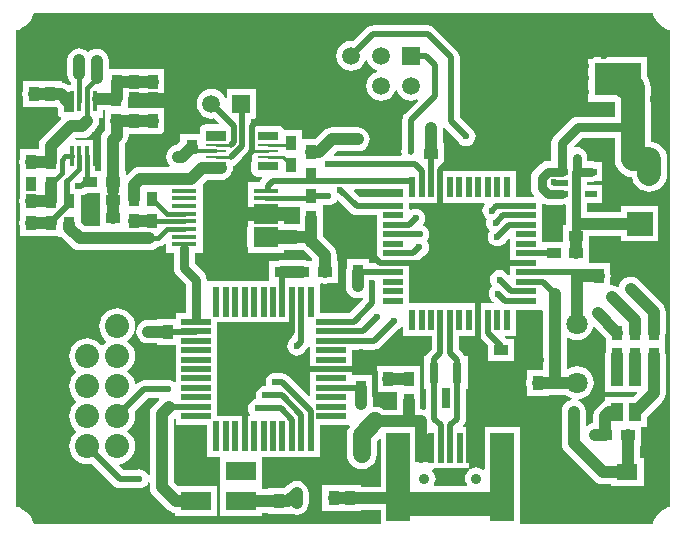
<source format=gtl>
%FSLAX25Y25*%
%MOIN*%
G70*
G01*
G75*
G04 Layer_Physical_Order=1*
G04 Layer_Color=255*
%ADD10R,0.03543X0.04724*%
%ADD11R,0.07087X0.01063*%
%ADD12R,0.04724X0.03543*%
%ADD13R,0.01693X0.07087*%
%ADD14R,0.04331X0.05906*%
%ADD15R,0.06890X0.05512*%
%ADD16R,0.01969X0.09843*%
%ADD17R,0.07874X0.09843*%
%ADD18R,0.07874X0.11811*%
%ADD19R,0.03150X0.07087*%
%ADD20R,0.06890X0.02165*%
%ADD21R,0.02165X0.06890*%
%ADD22R,0.02165X0.09843*%
%ADD23R,0.09843X0.02165*%
%ADD24R,0.09843X0.06299*%
%ADD25R,0.08268X0.01575*%
%ADD26R,0.08661X0.07874*%
%ADD27R,0.03937X0.02362*%
%ADD28R,0.15748X0.11024*%
%ADD29C,0.01969*%
%ADD30C,0.07874*%
%ADD31C,0.03937*%
%ADD32C,0.01575*%
%ADD33C,0.02953*%
%ADD34C,0.00984*%
%ADD35C,0.03150*%
%ADD36C,0.05906*%
%ADD37C,0.01181*%
%ADD38R,0.05906X0.16339*%
%ADD39R,0.06221X0.09764*%
%ADD40R,0.07677X0.05827*%
%ADD41R,0.07559X0.04646*%
%ADD42R,0.08268X0.06732*%
%ADD43R,0.07323X0.04764*%
%ADD44R,0.08307X0.06654*%
%ADD45R,0.07126X0.03071*%
%ADD46R,0.07126X0.02992*%
%ADD47R,0.07087X0.03543*%
%ADD48R,0.03228X0.07126*%
%ADD49C,0.08032*%
%ADD50R,0.08032X0.08032*%
%ADD51R,0.05906X0.05906*%
%ADD52C,0.05906*%
%ADD53C,0.03543*%
%ADD54C,0.07087*%
%ADD55C,0.02362*%
G36*
X93776Y69311D02*
X93775D01*
X93776Y69311D01*
X93972D01*
D01*
X94045Y69311D01*
Y64180D01*
X93923Y64129D01*
X93265Y63624D01*
X92761Y62966D01*
X92443Y62200D01*
X92335Y61378D01*
X92443Y60556D01*
X92761Y59790D01*
X93265Y59132D01*
X93923Y58627D01*
X94690Y58309D01*
X95512Y58201D01*
X96334Y58309D01*
X97100Y58627D01*
X97758Y59132D01*
X98263Y59790D01*
X98353Y60008D01*
X99129Y60784D01*
X99129Y60784D01*
X99503Y61270D01*
X99976Y61110D01*
Y60158D01*
Y57008D01*
Y53858D01*
X99976Y53858D01*
X99976Y53661D01*
X99976D01*
Y47559D01*
Y44810D01*
X99514Y44619D01*
X92657Y51476D01*
X92040Y51949D01*
X91322Y52247D01*
X90551Y52348D01*
X89387D01*
X89169Y52439D01*
X88346Y52547D01*
X87524Y52439D01*
X86758Y52121D01*
X86100Y51616D01*
X85595Y50959D01*
X85278Y50192D01*
X85170Y49370D01*
X85278Y48548D01*
X85305Y48483D01*
X85039Y48137D01*
X84217Y48029D01*
X83451Y47712D01*
X82793Y47207D01*
X82288Y46549D01*
X81971Y45783D01*
X81863Y44961D01*
X81971Y44138D01*
X81725Y43712D01*
X81619Y43698D01*
X80853Y43381D01*
X80195Y42876D01*
X79690Y42218D01*
X79372Y41452D01*
X79264Y40630D01*
X79372Y39808D01*
X79690Y39042D01*
X79985Y38657D01*
X79764Y38209D01*
X78224D01*
D01*
D01*
X78224Y38209D01*
X78027D01*
Y38209D01*
X68874D01*
Y41260D01*
Y44409D01*
Y47559D01*
Y50709D01*
Y53858D01*
Y57008D01*
Y60158D01*
Y63307D01*
Y66457D01*
Y69311D01*
X93776D01*
Y69311D01*
D02*
G37*
G36*
X198583Y63975D02*
Y61520D01*
Y59628D01*
X198487Y59398D01*
X198352Y58370D01*
Y56063D01*
X198189D01*
Y46220D01*
X208849D01*
X209040Y45759D01*
X207534Y44252D01*
X198189D01*
Y43021D01*
X197581Y42770D01*
X196759Y42139D01*
X195476Y40855D01*
X194844Y40033D01*
X194448Y39075D01*
X194313Y38047D01*
Y35731D01*
X193972Y35686D01*
X193015Y35289D01*
X192254Y34706D01*
X191806Y34927D01*
Y39567D01*
X191670Y40595D01*
X191274Y41552D01*
X190642Y42375D01*
X189820Y43006D01*
X189367Y43194D01*
X189432Y43689D01*
X190297Y43803D01*
X191638Y44359D01*
X192789Y45242D01*
X193673Y46393D01*
X194228Y47734D01*
X194418Y49173D01*
X194228Y50612D01*
X193673Y51953D01*
X192789Y53104D01*
X191638Y53988D01*
X190297Y54543D01*
X188858Y54733D01*
X187419Y54543D01*
X186079Y53988D01*
X185916Y53863D01*
X185467Y54084D01*
Y63948D01*
X185916Y64169D01*
X186079Y64044D01*
X187419Y63488D01*
X188858Y63299D01*
X190297Y63488D01*
X191638Y64044D01*
X192789Y64927D01*
X193673Y66079D01*
X194228Y67419D01*
X194260Y67663D01*
X194734Y67824D01*
X198583Y63975D01*
D02*
G37*
G36*
X178248Y108634D02*
X179173Y108513D01*
X183953D01*
X184727Y108615D01*
X185103Y108285D01*
Y101811D01*
X184346D01*
Y96063D01*
X177244D01*
Y98524D01*
Y98721D01*
Y101870D01*
Y105020D01*
Y108600D01*
X177660Y108878D01*
X178248Y108634D01*
D02*
G37*
G36*
X152955Y20117D02*
X152687Y19912D01*
X152087Y19130D01*
X151710Y18221D01*
X151582Y17244D01*
X151710Y16268D01*
X152087Y15358D01*
X152238Y15162D01*
X152016Y14714D01*
X141369D01*
X141148Y15162D01*
X141298Y15358D01*
X141675Y16268D01*
X141804Y17244D01*
X141675Y18221D01*
X141298Y19130D01*
X140699Y19912D01*
X140584Y20000D01*
X140745Y20473D01*
X141024D01*
X141613Y20591D01*
X152794D01*
X152955Y20117D01*
D02*
G37*
G36*
X49645Y43528D02*
X47625Y41509D01*
X46994Y40686D01*
X46597Y39729D01*
X46462Y38701D01*
Y18356D01*
X45972Y18258D01*
X45783Y18714D01*
X45278Y19372D01*
X44620Y19877D01*
X43854Y20195D01*
X43031Y20303D01*
X42209Y20195D01*
X41991Y20104D01*
X37730D01*
X36248Y21586D01*
X36417Y22056D01*
X36803Y22095D01*
X37931Y22437D01*
X38971Y22992D01*
X39882Y23740D01*
X40630Y24651D01*
X41185Y25691D01*
X41528Y26819D01*
X41643Y27992D01*
X41528Y29165D01*
X41185Y30293D01*
X40630Y31333D01*
X39882Y32244D01*
X38971Y32992D01*
X38971Y32992D01*
X38971D01*
Y32992D01*
D01*
X39882Y33740D01*
X40630Y34651D01*
X41185Y35691D01*
X41528Y36819D01*
X41643Y37992D01*
X41528Y39165D01*
X41408Y39559D01*
X45840Y43990D01*
X49453D01*
X49645Y43528D01*
D02*
G37*
G36*
X130886Y67765D02*
Y64764D01*
X140408D01*
Y60368D01*
X139272Y59232D01*
X138799Y58615D01*
X138672Y58309D01*
X138524Y57953D01*
X137835D01*
Y46929D01*
X138400D01*
Y40376D01*
X137984Y40098D01*
X137799Y40174D01*
X136772Y40310D01*
X136727D01*
Y43055D01*
X136592Y44083D01*
X136496Y44313D01*
Y46205D01*
Y49385D01*
X136560Y49539D01*
X136695Y50567D01*
X136560Y51595D01*
X136496Y51749D01*
Y54866D01*
X129724D01*
Y54898D01*
X122244D01*
Y51825D01*
X122149Y51595D01*
X122013Y50567D01*
X122149Y49539D01*
X122244Y49309D01*
Y46236D01*
X129016D01*
Y46205D01*
Y44313D01*
X128920Y44083D01*
X128785Y43055D01*
Y40231D01*
X124602D01*
X124175Y40559D01*
X122978Y41054D01*
X121693Y41224D01*
X121116Y41148D01*
X120763Y41501D01*
X120861Y42244D01*
Y47465D01*
X120725Y48492D01*
X120630Y48723D01*
Y51795D01*
X113756D01*
Y53661D01*
D01*
Y53661D01*
X113756Y53661D01*
Y53858D01*
X113756D01*
Y57008D01*
Y60158D01*
Y60230D01*
X121280D01*
X122050Y60332D01*
X122558Y60542D01*
X122769Y60629D01*
X123385Y61103D01*
X129284Y67001D01*
X129502Y67091D01*
X130160Y67596D01*
X130412Y67926D01*
X130886Y67765D01*
D02*
G37*
G36*
X29866Y106457D02*
Y101294D01*
X24913D01*
X23607Y102599D01*
X23521Y103256D01*
X23425Y103487D01*
Y105378D01*
Y111661D01*
X23442Y111667D01*
X23661D01*
X24432Y111769D01*
X24940Y111979D01*
X25150Y112066D01*
X25536Y112362D01*
X29866D01*
Y106457D01*
D02*
G37*
G36*
X130886Y111122D02*
X122126D01*
Y111049D01*
X116667D01*
X114581Y113135D01*
X114772Y113597D01*
X130886D01*
Y111122D01*
D02*
G37*
G36*
X214368Y171617D02*
X215182Y170094D01*
X216278Y168758D01*
X217613Y167663D01*
X219136Y166849D01*
X219992Y166589D01*
Y7899D01*
X219136Y7639D01*
X217613Y6825D01*
X216278Y5730D01*
X215182Y4395D01*
X214368Y2871D01*
X214109Y2015D01*
X169921D01*
Y8489D01*
X169950Y8779D01*
Y27480D01*
X169921Y27770D01*
Y34370D01*
X158110D01*
Y27770D01*
X158082Y27480D01*
Y20431D01*
X157633Y20210D01*
X157240Y20511D01*
X156331Y20888D01*
X155354Y21016D01*
X154378Y20888D01*
X153468Y20511D01*
X153364Y20431D01*
X152868Y20496D01*
X152795Y20591D01*
D01*
X152795Y20591D01*
Y34370D01*
X150928D01*
X150737Y34832D01*
X150964Y35059D01*
X150964Y35059D01*
X151201Y35368D01*
X151437Y35676D01*
X151735Y36395D01*
X151837Y37165D01*
X151837Y37165D01*
Y46929D01*
X152402D01*
Y57953D01*
X151549D01*
X151437Y58221D01*
X151201Y58530D01*
X150964Y58838D01*
X150964Y58838D01*
X149514Y60289D01*
Y64764D01*
X155886D01*
X155886Y64764D01*
Y64764D01*
X155886D01*
X156083D01*
X156239Y64764D01*
X156239Y64764D01*
Y64764D01*
X156378D01*
X156555Y64338D01*
X157028Y63721D01*
X159110Y61638D01*
Y56417D01*
X167772D01*
Y63898D01*
X165275D01*
X164871Y64302D01*
X165062Y64764D01*
X168484D01*
Y73524D01*
X177244D01*
D01*
X177244D01*
X177525Y73243D01*
Y53520D01*
X172087D01*
Y50447D01*
X171991Y50217D01*
X171856Y49189D01*
X171991Y48161D01*
X172087Y47931D01*
Y44858D01*
X179567D01*
Y45218D01*
X184959D01*
X186079Y44359D01*
X187113Y43930D01*
X187048Y43434D01*
X186807Y43403D01*
X185849Y43006D01*
X185027Y42375D01*
X184396Y41552D01*
X183999Y40595D01*
X183864Y39567D01*
Y29213D01*
X183864Y29213D01*
X183864D01*
X183999Y28185D01*
X184396Y27227D01*
X185027Y26405D01*
X194889Y16543D01*
X195711Y15911D01*
X196669Y15515D01*
X197697Y15379D01*
X200307D01*
Y14626D01*
X211134D01*
Y24075D01*
X209735D01*
Y28110D01*
X210094D01*
Y34409D01*
X212362D01*
Y37849D01*
X217296Y42783D01*
X217296Y42783D01*
X217296Y42783D01*
X217927Y43605D01*
X218324Y44563D01*
X218459Y45591D01*
Y58402D01*
X218324Y59429D01*
X218228Y59660D01*
Y61551D01*
Y64624D01*
X218324Y64854D01*
X218459Y65882D01*
Y72835D01*
X218324Y73862D01*
X217927Y74820D01*
X217296Y75643D01*
X209580Y83359D01*
X208757Y83990D01*
X207799Y84387D01*
X206772Y84522D01*
X205744Y84387D01*
X204786Y83990D01*
X203964Y83359D01*
X203333Y82537D01*
X202936Y81579D01*
X202903Y81325D01*
X202441Y81134D01*
X202438Y81136D01*
X201481Y81533D01*
X200453Y81668D01*
X200297Y81647D01*
X199921Y81977D01*
Y83600D01*
X200017Y83830D01*
X200152Y84858D01*
X200017Y85886D01*
X199921Y86117D01*
Y89189D01*
X193008D01*
Y94331D01*
Y98194D01*
X203465D01*
Y96260D01*
X216063D01*
Y108071D01*
X203465D01*
Y106136D01*
X192251D01*
Y108937D01*
X197339D01*
Y115236D01*
X192251D01*
Y115993D01*
X193402D01*
X194327Y116115D01*
X195057Y116417D01*
X197339D01*
Y122716D01*
X195057D01*
X194327Y123019D01*
X193402Y123141D01*
X192314D01*
Y124134D01*
X192192Y125059D01*
X191835Y125921D01*
X191267Y126661D01*
X190527Y127229D01*
X189665Y127586D01*
X188740Y127708D01*
X188203Y127637D01*
X187982Y128085D01*
X190654Y130757D01*
X201586D01*
Y123661D01*
X201700Y122504D01*
X202037Y121390D01*
X202586Y120365D01*
X203324Y119465D01*
X204223Y118727D01*
X205249Y118179D01*
X206362Y117841D01*
X207162Y117763D01*
X207172Y117661D01*
X207510Y116548D01*
X208058Y115522D01*
X208796Y114623D01*
X209695Y113885D01*
X210721Y113337D01*
X211834Y112999D01*
X212992Y112885D01*
X214150Y112999D01*
X215263Y113337D01*
X216289Y113885D01*
X217188Y114623D01*
X217926Y115522D01*
X218475Y116548D01*
X218812Y117661D01*
X218926Y118819D01*
Y123661D01*
X218812Y124819D01*
X218475Y125932D01*
X217926Y126958D01*
X217188Y127857D01*
X216289Y128595D01*
X215263Y129144D01*
X214150Y129481D01*
X213454Y129550D01*
Y134331D01*
Y147716D01*
X213340Y148874D01*
X213002Y149987D01*
X212454Y151013D01*
X212283Y151221D01*
Y157795D01*
X192598D01*
Y142835D01*
X201586D01*
Y137905D01*
X189173D01*
X189173Y137905D01*
X188248Y137783D01*
X187386Y137426D01*
X186968Y137104D01*
X186646Y136858D01*
X186646Y136858D01*
X181426Y131637D01*
X180858Y130897D01*
X180501Y130035D01*
X180379Y129110D01*
Y123141D01*
X179291D01*
X178366Y123019D01*
X177504Y122662D01*
X176764Y122094D01*
X174599Y119929D01*
X174031Y119188D01*
X173674Y118327D01*
X173552Y117402D01*
Y114134D01*
X173674Y113209D01*
X174031Y112347D01*
X174599Y111607D01*
X174622Y111584D01*
X174430Y111122D01*
X168484D01*
Y119882D01*
X143641D01*
X143641Y119882D01*
Y119882D01*
X143484Y119882D01*
X143287D01*
Y119882D01*
X143199Y119882D01*
Y121535D01*
X144551D01*
Y129016D01*
X144191D01*
Y134189D01*
X144191Y134189D01*
X144191Y134189D01*
Y134191D01*
X144665Y134352D01*
X144666Y134351D01*
X149127Y129890D01*
X149217Y129672D01*
X149722Y129014D01*
X150380Y128509D01*
X151146Y128191D01*
X151969Y128083D01*
X152791Y128191D01*
X153557Y128509D01*
X154215Y129014D01*
X154720Y129672D01*
X155037Y130438D01*
X155145Y131260D01*
X155037Y132082D01*
X154720Y132848D01*
X154215Y133506D01*
X153557Y134011D01*
X153339Y134101D01*
X149750Y137690D01*
Y157756D01*
X149648Y158527D01*
X149351Y159245D01*
X148878Y159862D01*
X141319Y167421D01*
X140702Y167894D01*
X140491Y167981D01*
X139983Y168192D01*
X139213Y168293D01*
X120827D01*
X120827Y168293D01*
X120441Y168243D01*
X120056Y168192D01*
X119338Y167894D01*
X118721Y167421D01*
X114326Y163026D01*
X113661Y163113D01*
X112377Y162944D01*
X111179Y162448D01*
X110152Y161660D01*
X109363Y160632D01*
X108867Y159434D01*
X108698Y158150D01*
X108867Y156865D01*
X109363Y155668D01*
X110152Y154640D01*
X111179Y153851D01*
X112377Y153355D01*
X113661Y153186D01*
X114946Y153355D01*
X116143Y153851D01*
X117171Y154640D01*
X117960Y155668D01*
X118411Y156757D01*
X118911D01*
X119363Y155668D01*
X120151Y154640D01*
X121179Y153851D01*
X122269Y153400D01*
Y152900D01*
X121179Y152448D01*
X120151Y151660D01*
X119363Y150631D01*
X118867Y149434D01*
X118698Y148150D01*
X118867Y146865D01*
X119363Y145668D01*
X120151Y144640D01*
X121179Y143851D01*
X122377Y143355D01*
X123661Y143186D01*
X124946Y143355D01*
X126143Y143851D01*
X127171Y144640D01*
X127960Y145668D01*
X128411Y146757D01*
X128911D01*
X129363Y145668D01*
X130151Y144640D01*
X131179Y143851D01*
X132377Y143355D01*
X133661Y143186D01*
X134946Y143355D01*
X135550Y143605D01*
X135828Y143190D01*
X131516Y138878D01*
X131043Y138261D01*
X130745Y137542D01*
X130644Y136772D01*
Y127625D01*
X130435Y127121D01*
X130327Y126299D01*
X130435Y125477D01*
X130499Y125323D01*
X130221Y124907D01*
X108027D01*
X107835Y125369D01*
X108810Y126344D01*
X115827D01*
X116855Y126479D01*
X117812Y126876D01*
X118635Y127507D01*
X119266Y128330D01*
X119662Y129287D01*
X119798Y130315D01*
X119662Y131343D01*
X119266Y132300D01*
X118635Y133123D01*
X117812Y133754D01*
X116855Y134151D01*
X115827Y134286D01*
X107165D01*
X106138Y134151D01*
X105180Y133754D01*
X104357Y133123D01*
X101612Y130378D01*
X97362D01*
Y133567D01*
X91379D01*
X90947Y134214D01*
X90296Y134650D01*
X89527Y134802D01*
X82402D01*
X81634Y134650D01*
X80982Y134214D01*
X80753Y133871D01*
X80274Y134016D01*
Y137244D01*
X81968D01*
Y147087D01*
X72126D01*
Y144045D01*
X71636Y143948D01*
X71346Y144647D01*
X70557Y145675D01*
X69529Y146464D01*
X68332Y146960D01*
X67047Y147129D01*
X65763Y146960D01*
X64565Y146464D01*
X63537Y145675D01*
X62748Y144647D01*
X62253Y143450D01*
X62084Y142165D01*
X62253Y140881D01*
X62748Y139683D01*
X63537Y138655D01*
X64565Y137867D01*
X65763Y137371D01*
X67047Y137202D01*
X67866Y137310D01*
X69400Y135776D01*
X69208Y135314D01*
X65079D01*
X64311Y135161D01*
X63660Y134726D01*
X63224Y134075D01*
X63072Y133307D01*
Y132071D01*
X56693D01*
Y129616D01*
X55474Y128397D01*
X54917Y128324D01*
X53959Y127927D01*
X53137Y127296D01*
X52506Y126474D01*
X52109Y125516D01*
X51974Y124488D01*
X52109Y123460D01*
X52506Y122503D01*
X53137Y121680D01*
X53152Y121669D01*
X52991Y121195D01*
X43248D01*
X42220Y121060D01*
X41263Y120663D01*
X40440Y120032D01*
X38950Y118542D01*
X38488Y118734D01*
Y119843D01*
X38128D01*
Y128536D01*
X38359Y128767D01*
X38990Y129589D01*
X39387Y130547D01*
X39522Y131575D01*
Y131945D01*
X51142D01*
Y135017D01*
X51237Y135248D01*
X51372Y136276D01*
X51237Y137303D01*
X51142Y137534D01*
Y140606D01*
X39134D01*
Y142544D01*
X39308Y142964D01*
X39443Y143992D01*
Y145055D01*
X51142D01*
Y148127D01*
X51237Y148358D01*
X51372Y149386D01*
X51237Y150414D01*
X51142Y150644D01*
Y153717D01*
X37520D01*
Y153638D01*
X32829D01*
Y156575D01*
X32694Y157603D01*
X32297Y158560D01*
X31666Y159383D01*
X30844Y160014D01*
X29886Y160410D01*
X28858Y160546D01*
X27830Y160410D01*
X26873Y160014D01*
X26050Y159383D01*
X25878Y159382D01*
X25808Y159473D01*
X24983Y160101D01*
X24023Y160494D01*
X22995Y160625D01*
X21968Y160485D01*
X21012Y160084D01*
X20192Y159450D01*
X19564Y158624D01*
X19172Y157665D01*
X19041Y156637D01*
X19060Y151991D01*
X19200Y150964D01*
X19601Y150008D01*
X20235Y149188D01*
X20246Y149180D01*
X20244Y148464D01*
X19168D01*
X18820Y148730D01*
X17862Y149127D01*
X17126Y149224D01*
Y149622D01*
X4173D01*
Y146550D01*
X4078Y146319D01*
X3942Y145291D01*
X4078Y144264D01*
X4173Y144033D01*
Y140961D01*
X15550D01*
X15867Y140643D01*
Y139331D01*
X16020Y138563D01*
X16455Y137911D01*
X16914Y137604D01*
X16963Y137107D01*
X10657Y130800D01*
X10026Y129978D01*
X9629Y129020D01*
X9494Y127992D01*
Y127189D01*
X3228D01*
Y124117D01*
X3133Y123886D01*
X2998Y122858D01*
X3133Y121830D01*
X3228Y121600D01*
Y118528D01*
Y111047D01*
Y111046D01*
X3133Y110815D01*
X2998Y109787D01*
X3133Y108760D01*
X3228Y108529D01*
Y105457D01*
Y103565D01*
X3133Y103335D01*
X2998Y102307D01*
X3133Y101279D01*
X3228Y101049D01*
Y97976D01*
X15945D01*
Y97898D01*
X17077D01*
X20460Y94515D01*
D01*
X20460D01*
X20460Y94515D01*
X20460Y94515D01*
X20460D01*
D01*
X20460D01*
X20460Y94515D01*
Y94515D01*
X20460Y94515D01*
Y94515D01*
X21282Y93884D01*
X22240Y93487D01*
X23268Y93352D01*
X46260D01*
X47288Y93487D01*
X48245Y93884D01*
X49068Y94515D01*
X49089Y94543D01*
X49291D01*
X50011Y94638D01*
X50681Y94915D01*
X51257Y95357D01*
X51467Y95568D01*
X51929Y95376D01*
Y95098D01*
Y92539D01*
X54557D01*
Y87480D01*
X54675Y86581D01*
X54849Y86162D01*
X55022Y85743D01*
X55575Y85023D01*
X58510Y82088D01*
Y72559D01*
X55094D01*
Y70575D01*
X48740D01*
Y70215D01*
X46024D01*
X44996Y70080D01*
X44038Y69683D01*
X43216Y69052D01*
X42585Y68230D01*
X42188Y67272D01*
X42053Y66244D01*
X42188Y65216D01*
X42585Y64259D01*
X43216Y63436D01*
X44038Y62805D01*
X44996Y62408D01*
X46024Y62273D01*
X48740D01*
Y61913D01*
X55094D01*
Y60158D01*
Y57008D01*
Y53858D01*
Y50709D01*
Y49528D01*
X54646Y49307D01*
X54108Y49720D01*
X53342Y50037D01*
X52520Y50145D01*
X51697Y50037D01*
X51479Y49947D01*
X44606D01*
X44606Y49947D01*
X43835Y49845D01*
X43117Y49548D01*
X42500Y49074D01*
X42036Y48610D01*
X41566Y48779D01*
X41528Y49165D01*
X41185Y50293D01*
X40630Y51333D01*
X39882Y52244D01*
X38971Y52992D01*
X38971Y52992D01*
X38971D01*
Y52992D01*
D01*
X39882Y53740D01*
X40630Y54651D01*
X41185Y55691D01*
X41528Y56819D01*
X41643Y57992D01*
X41528Y59165D01*
X41185Y60293D01*
X40630Y61333D01*
X39882Y62244D01*
X38971Y62992D01*
X38971Y62992D01*
X38971D01*
Y62992D01*
D01*
X39882Y63740D01*
X40630Y64651D01*
X41185Y65691D01*
X41528Y66819D01*
X41643Y67992D01*
X41528Y69165D01*
X41185Y70293D01*
X40630Y71333D01*
X39882Y72244D01*
X38971Y72992D01*
X37931Y73548D01*
X36803Y73890D01*
X35630Y74005D01*
X34457Y73890D01*
X33329Y73548D01*
X32289Y72992D01*
X31378Y72244D01*
X30630Y71333D01*
X30074Y70293D01*
X29732Y69165D01*
X29617Y67992D01*
X29732Y66819D01*
X30074Y65691D01*
X30630Y64651D01*
X31378Y63740D01*
X31984Y63242D01*
Y62742D01*
X31378Y62244D01*
X30880Y61638D01*
X30380D01*
X29882Y62244D01*
X28971Y62992D01*
X27931Y63548D01*
X26803Y63890D01*
X25630Y64005D01*
X24457Y63890D01*
X23329Y63548D01*
X22289Y62992D01*
X21378Y62244D01*
X20630Y61333D01*
X20074Y60293D01*
X19732Y59165D01*
X19617Y57992D01*
X19732Y56819D01*
X20074Y55691D01*
X20630Y54651D01*
X21378Y53740D01*
X21984Y53242D01*
Y52742D01*
X21378Y52244D01*
X20630Y51333D01*
X20074Y50293D01*
X19732Y49165D01*
X19617Y47992D01*
X19732Y46819D01*
X20074Y45691D01*
X20630Y44651D01*
X21378Y43740D01*
X21984Y43242D01*
Y42742D01*
X21378Y42244D01*
X20630Y41333D01*
X20074Y40293D01*
X19732Y39165D01*
X19617Y37992D01*
X19732Y36819D01*
X20074Y35691D01*
X20630Y34651D01*
X21378Y33740D01*
X21984Y33242D01*
Y32742D01*
X21378Y32244D01*
X20630Y31333D01*
X20074Y30293D01*
X19732Y29165D01*
X19617Y27992D01*
X19732Y26819D01*
X20074Y25691D01*
X20630Y24651D01*
X21378Y23740D01*
X22289Y22992D01*
X23329Y22437D01*
X24457Y22095D01*
X25630Y21979D01*
X26803Y22095D01*
X27196Y22214D01*
X34390Y15020D01*
X34390Y15020D01*
X35007Y14547D01*
D01*
D01*
Y14547D01*
X35007Y14547D01*
D01*
D01*
X35007D01*
Y14547D01*
D01*
X35007D01*
Y14547D01*
X35725Y14249D01*
X36496Y14148D01*
X41991D01*
X42209Y14058D01*
X43031Y13949D01*
X43854Y14058D01*
X44620Y14375D01*
X45278Y14880D01*
X45783Y15538D01*
X45972Y15994D01*
X46462Y15896D01*
Y14488D01*
X46462Y14488D01*
X46462D01*
X46597Y13460D01*
X46994Y12503D01*
X47625Y11680D01*
X52409Y6897D01*
D01*
X52409D01*
X52409Y6897D01*
X52409Y6897D01*
X52409D01*
D01*
X52409D01*
X52409Y6897D01*
Y6897D01*
X52409Y6897D01*
Y6897D01*
X53231Y6266D01*
X54189Y5869D01*
X55035Y5758D01*
Y4587D01*
X68815D01*
Y14823D01*
X55714D01*
X54404Y16133D01*
Y36929D01*
X54820Y37207D01*
X55094Y37093D01*
Y34961D01*
X65626D01*
Y24429D01*
X70035D01*
Y14587D01*
Y4587D01*
X83815D01*
Y5734D01*
X85984D01*
Y5339D01*
X93464D01*
Y5339D01*
X93787Y5554D01*
X94405Y5298D01*
X95433Y5163D01*
X96461Y5298D01*
X97419Y5695D01*
X98241Y6326D01*
X98872Y7148D01*
X99269Y8106D01*
X99404Y9134D01*
Y12441D01*
X99269Y13469D01*
X98872Y14426D01*
X98241Y15249D01*
X97419Y15880D01*
X96461Y16277D01*
X95433Y16412D01*
X94405Y16277D01*
X93448Y15880D01*
X92625Y15249D01*
X91376Y14000D01*
X85984D01*
Y13676D01*
X83815D01*
Y14587D01*
Y24429D01*
X103224D01*
Y34961D01*
X112874D01*
X113095Y34512D01*
X112867Y34214D01*
X112371Y33017D01*
X112202Y31732D01*
Y28858D01*
Y25315D01*
X112371Y24030D01*
X112867Y22833D01*
X113655Y21805D01*
X114683Y21016D01*
X115881Y20520D01*
X117165Y20351D01*
X118450Y20520D01*
X119647Y21016D01*
X120675Y21805D01*
X121464Y22833D01*
X121960Y24030D01*
X122129Y25315D01*
Y28858D01*
Y29676D01*
X123003Y30550D01*
X123465Y30358D01*
Y27770D01*
X123436Y27480D01*
Y14577D01*
X117047D01*
Y14937D01*
X111535D01*
Y15094D01*
X104055D01*
Y12022D01*
X103960Y11791D01*
X103824Y10764D01*
X103960Y9736D01*
X104055Y9505D01*
Y6433D01*
X109567D01*
Y6276D01*
X117047D01*
Y6635D01*
X123465D01*
Y2015D01*
X7899D01*
X7639Y2871D01*
X6825Y4395D01*
X5730Y5730D01*
X4395Y6825D01*
X2871Y7639D01*
X2015Y7899D01*
Y166589D01*
X2871Y166849D01*
X4395Y167663D01*
X5730Y168758D01*
X6825Y170094D01*
X7639Y171617D01*
X7899Y172473D01*
X214109D01*
X214368Y171617D01*
D02*
G37*
G36*
X31653Y139583D02*
Y137691D01*
X31558Y137461D01*
X31423Y136433D01*
X31558Y135405D01*
X31580Y135352D01*
Y133220D01*
X31350Y132989D01*
X30718Y132167D01*
X30322Y131209D01*
X30187Y130181D01*
Y119843D01*
X28386D01*
Y130138D01*
X21879D01*
X21688Y130600D01*
X21763Y130675D01*
X23937D01*
X24965Y130810D01*
X25923Y131207D01*
X26745Y131838D01*
X28379Y133472D01*
X29010Y134294D01*
X29406Y135252D01*
X29542Y136279D01*
X29406Y137307D01*
X29483Y137421D01*
X30945D01*
Y139942D01*
X31653D01*
Y139583D01*
D02*
G37*
G36*
X80433Y126620D02*
Y125807D01*
Y124901D01*
Y123107D01*
X80395Y122913D01*
Y119921D01*
X80547Y119153D01*
X80982Y118502D01*
X81634Y118067D01*
X82402Y117914D01*
X83955D01*
X84146Y117452D01*
X83652Y116958D01*
X83179Y116341D01*
X83091Y116131D01*
X83022Y115965D01*
X79094D01*
Y110453D01*
Y107894D01*
X85016D01*
X85197Y107870D01*
X96653D01*
Y107102D01*
Y105211D01*
X96558Y104981D01*
X96423Y103953D01*
Y102150D01*
X95705D01*
X95630Y102164D01*
X91299D01*
Y103169D01*
X89465D01*
X89370Y103188D01*
X81063D01*
X80968Y103169D01*
X79094D01*
Y101375D01*
X79056Y101181D01*
Y94528D01*
X79094Y94334D01*
Y92539D01*
X80968D01*
X81063Y92520D01*
X89370D01*
X89465Y92539D01*
X91299D01*
Y93387D01*
X95630D01*
X96140Y93488D01*
X97528D01*
X97586Y93413D01*
X97755Y93283D01*
X100694Y90344D01*
X100503Y89882D01*
X98636D01*
X98406Y89977D01*
X97378Y90113D01*
X90724D01*
X89697Y89977D01*
X89466Y89882D01*
X86394D01*
Y83091D01*
X65626D01*
D01*
X65626D01*
X65459Y83258D01*
Y83527D01*
X65341Y84427D01*
X65167Y84846D01*
X64993Y85265D01*
X64441Y85984D01*
X61506Y88920D01*
Y92539D01*
X64134D01*
Y95098D01*
Y97658D01*
Y103169D01*
Y105335D01*
Y110846D01*
Y115487D01*
X65424Y116777D01*
X70213D01*
X71240Y116912D01*
X72198Y117309D01*
X73020Y117940D01*
X73651Y118763D01*
X74048Y119720D01*
X74072Y119902D01*
X74134D01*
Y120370D01*
X74183Y120748D01*
X74134Y121126D01*
Y121459D01*
X74393Y121493D01*
X75111Y121791D01*
X75728Y122264D01*
X79402Y125938D01*
X79875Y126555D01*
X79943Y126718D01*
X80433Y126620D01*
D02*
G37*
G36*
X113327Y105965D02*
X113327D01*
X113327Y105965D01*
X113327D01*
X113327Y105965D01*
Y105965D01*
X113327Y105965D01*
Y105965D01*
X113944Y105492D01*
X114662Y105194D01*
X115433Y105093D01*
X122126D01*
Y105020D01*
Y101870D01*
Y98721D01*
Y95571D01*
Y92421D01*
Y89272D01*
X122126Y89272D01*
X122126Y89075D01*
D01*
X122126Y89002D01*
X119567D01*
Y90339D01*
X112087D01*
Y87266D01*
X111991Y87036D01*
X111856Y86008D01*
Y84449D01*
Y81299D01*
X111991Y80272D01*
X112388Y79314D01*
X113019Y78491D01*
X113841Y77860D01*
X114799Y77464D01*
X115827Y77328D01*
X116855Y77464D01*
X117315Y77654D01*
X117616Y77453D01*
X117665Y76955D01*
X113268Y72559D01*
X103224D01*
Y82107D01*
X103640Y82385D01*
X103831Y82306D01*
X104858Y82171D01*
X105886Y82306D01*
X106117Y82402D01*
X109189D01*
Y89882D01*
X108829D01*
Y91795D01*
X108694Y92823D01*
X108413Y93500D01*
X108297Y93781D01*
X107666Y94603D01*
X104365Y97905D01*
Y103953D01*
X104229Y104981D01*
X104134Y105211D01*
Y107102D01*
Y108455D01*
X104960D01*
X105178Y108364D01*
X106000Y108256D01*
X106822Y108364D01*
X107588Y108682D01*
X108246Y109187D01*
X108751Y109845D01*
X108783Y109921D01*
X109273Y110019D01*
X113327Y105965D01*
D02*
G37*
G36*
X158140Y108607D02*
X157800Y108163D01*
X157483Y107397D01*
X157374Y106575D01*
X157483Y105753D01*
X157800Y104986D01*
X158305Y104329D01*
X158887Y103882D01*
X158664Y103342D01*
X158555Y102520D01*
X158664Y101698D01*
X158981Y100931D01*
X159486Y100273D01*
X159689Y100118D01*
X159754Y99622D01*
X159572Y99384D01*
X159254Y98618D01*
X159146Y97795D01*
X159254Y96973D01*
X159572Y96207D01*
X160076Y95549D01*
X160734Y95044D01*
X161501Y94727D01*
X162323Y94618D01*
X163145Y94727D01*
X163911Y95044D01*
X164569Y95549D01*
X165074Y96207D01*
X165164Y96425D01*
X165955Y97216D01*
X166417Y97025D01*
Y95571D01*
Y92421D01*
Y89272D01*
X166417Y89272D01*
X166417Y89075D01*
X166417D01*
Y85138D01*
X165927Y85041D01*
X165881Y85151D01*
X165376Y85809D01*
X164718Y86314D01*
X163952Y86632D01*
X163130Y86740D01*
X162308Y86632D01*
X161541Y86314D01*
X160884Y85809D01*
X160379Y85151D01*
X160061Y84385D01*
X159953Y83563D01*
X160061Y82741D01*
X160379Y81975D01*
X160569Y81726D01*
X160504Y81230D01*
X160391Y81144D01*
X159887Y80486D01*
X159569Y79720D01*
X159461Y78898D01*
X159569Y78075D01*
X159887Y77309D01*
X160391Y76651D01*
X161049Y76147D01*
X161208Y76081D01*
X161138Y75731D01*
X161080Y75590D01*
X156239D01*
X156239Y75590D01*
Y75590D01*
X156083Y75590D01*
X155984D01*
X155886D01*
X155729Y75590D01*
X155729Y75590D01*
Y75590D01*
X132953D01*
Y76673D01*
Y79823D01*
Y82972D01*
Y89075D01*
D01*
Y89075D01*
X132953Y89075D01*
Y89272D01*
D01*
X132953Y89345D01*
X134331D01*
X135101Y89446D01*
X135820Y89744D01*
X136437Y90217D01*
X137709Y91489D01*
X137927Y91580D01*
X138585Y92084D01*
X139090Y92742D01*
X139407Y93508D01*
X139515Y94331D01*
X139407Y95153D01*
X139090Y95919D01*
X138742Y96372D01*
X138742Y96376D01*
X139247Y97034D01*
X139565Y97800D01*
X139673Y98622D01*
X139565Y99444D01*
X139247Y100210D01*
X138742Y100868D01*
X138084Y101373D01*
X137318Y101691D01*
X137302Y101752D01*
X137325Y101769D01*
X137830Y102427D01*
X138147Y103193D01*
X138256Y104016D01*
X138147Y104838D01*
X137830Y105604D01*
X137325Y106262D01*
X136667Y106767D01*
X135901Y107084D01*
X135079Y107193D01*
X134256Y107084D01*
X133490Y106767D01*
X133401Y106699D01*
X132953Y106920D01*
Y109055D01*
X143287D01*
X143287Y109055D01*
Y109055D01*
X143287D01*
X143484D01*
X143641Y109055D01*
X143641Y109055D01*
Y109055D01*
X157919D01*
X158140Y108607D01*
D02*
G37*
D10*
X93622Y121756D02*
D03*
Y129236D02*
D03*
X60433Y127740D02*
D03*
Y135221D02*
D03*
X93858Y97819D02*
D03*
Y105299D02*
D03*
X19685Y102228D02*
D03*
Y109709D02*
D03*
X13465Y102307D02*
D03*
Y109787D02*
D03*
X6968Y102307D02*
D03*
Y109787D02*
D03*
X13465Y115299D02*
D03*
Y122780D02*
D03*
X6968Y115378D02*
D03*
Y122858D02*
D03*
X47401Y143756D02*
D03*
Y136276D02*
D03*
X41260Y143756D02*
D03*
Y136276D02*
D03*
X47401Y156866D02*
D03*
Y149386D02*
D03*
X41260Y156866D02*
D03*
Y149386D02*
D03*
X35472Y156787D02*
D03*
Y149307D02*
D03*
X35394Y143913D02*
D03*
Y136433D02*
D03*
X13386Y145291D02*
D03*
Y137811D02*
D03*
X7913Y145291D02*
D03*
Y137811D02*
D03*
X47283Y110409D02*
D03*
Y102929D02*
D03*
X41102Y102937D02*
D03*
Y110417D02*
D03*
X214488Y65882D02*
D03*
Y58402D02*
D03*
X208228Y65882D02*
D03*
Y58402D02*
D03*
X202323Y58370D02*
D03*
Y65850D02*
D03*
X132756Y43055D02*
D03*
Y50535D02*
D03*
X125984Y43087D02*
D03*
Y50567D02*
D03*
X113307Y18087D02*
D03*
Y10606D02*
D03*
X107795Y18244D02*
D03*
Y10764D02*
D03*
X196181Y92339D02*
D03*
Y84858D02*
D03*
X175827Y56669D02*
D03*
Y49189D02*
D03*
X115827Y86008D02*
D03*
Y93488D02*
D03*
X116890Y47465D02*
D03*
Y54945D02*
D03*
X52480Y66244D02*
D03*
Y73724D02*
D03*
X89724Y9669D02*
D03*
Y17150D02*
D03*
X100394Y103953D02*
D03*
Y111433D02*
D03*
Y126047D02*
D03*
Y118567D02*
D03*
D11*
X68622Y130276D02*
D03*
Y128307D02*
D03*
Y126339D02*
D03*
Y124370D02*
D03*
Y122402D02*
D03*
X85945Y130276D02*
D03*
Y128307D02*
D03*
Y126339D02*
D03*
Y124370D02*
D03*
Y122402D02*
D03*
D12*
X26717Y104173D02*
D03*
X34197D02*
D03*
X26717Y110197D02*
D03*
X34197D02*
D03*
X26677Y116102D02*
D03*
X34157D02*
D03*
X205764Y31850D02*
D03*
X198284D02*
D03*
X188677Y98071D02*
D03*
X181197D02*
D03*
X188677Y92323D02*
D03*
X181197D02*
D03*
X140220Y125276D02*
D03*
X147701D02*
D03*
X163441Y60158D02*
D03*
X155961D02*
D03*
X90724Y86142D02*
D03*
X83244D02*
D03*
X104858D02*
D03*
X97378D02*
D03*
D13*
X28130Y142933D02*
D03*
X25571D02*
D03*
X23012D02*
D03*
X20453D02*
D03*
X28130Y124626D02*
D03*
X25571D02*
D03*
X23012D02*
D03*
X20453D02*
D03*
D14*
X208228Y39331D02*
D03*
X202323D02*
D03*
X208228Y51142D02*
D03*
X202323D02*
D03*
D15*
X178161Y19350D02*
D03*
X205720D02*
D03*
D16*
X152992Y27480D02*
D03*
X149843D02*
D03*
X146693D02*
D03*
X143543D02*
D03*
X140394D02*
D03*
D17*
X164016D02*
D03*
X129370D02*
D03*
D18*
X164016Y8779D02*
D03*
X129370D02*
D03*
D19*
X148858Y52441D02*
D03*
X141378D02*
D03*
X145118Y44173D02*
D03*
D20*
X171831Y108071D02*
D03*
Y104921D02*
D03*
Y101772D02*
D03*
Y98622D02*
D03*
Y95472D02*
D03*
Y92323D02*
D03*
Y89173D02*
D03*
Y86024D02*
D03*
Y82874D02*
D03*
Y79724D02*
D03*
Y76575D02*
D03*
X127539D02*
D03*
Y79724D02*
D03*
Y82874D02*
D03*
Y86024D02*
D03*
Y89173D02*
D03*
Y92323D02*
D03*
Y95472D02*
D03*
Y98622D02*
D03*
Y101772D02*
D03*
Y104921D02*
D03*
Y108071D02*
D03*
D21*
X165433Y70177D02*
D03*
X162284D02*
D03*
X159134D02*
D03*
X155984D02*
D03*
X152835D02*
D03*
X149685D02*
D03*
X146535D02*
D03*
X143386D02*
D03*
X140236D02*
D03*
X137087D02*
D03*
X133937D02*
D03*
Y114469D02*
D03*
X137087D02*
D03*
X140236D02*
D03*
X143386D02*
D03*
X146535D02*
D03*
X149685D02*
D03*
X152835D02*
D03*
X155984D02*
D03*
X159134D02*
D03*
X162284D02*
D03*
X165433D02*
D03*
D22*
X68677Y31319D02*
D03*
X71827D02*
D03*
X74976D02*
D03*
X78126D02*
D03*
X81276D02*
D03*
X84425D02*
D03*
X87575D02*
D03*
X90724D02*
D03*
X93874D02*
D03*
X97024D02*
D03*
X100173D02*
D03*
Y76201D02*
D03*
X97024D02*
D03*
X93874D02*
D03*
X90724D02*
D03*
X87575D02*
D03*
X84425D02*
D03*
X81276D02*
D03*
X78126D02*
D03*
X74976D02*
D03*
X71827D02*
D03*
X68677D02*
D03*
D23*
X106866Y38012D02*
D03*
Y41161D02*
D03*
Y44311D02*
D03*
Y47461D02*
D03*
Y50610D02*
D03*
Y53760D02*
D03*
Y56910D02*
D03*
Y60059D02*
D03*
Y63209D02*
D03*
Y66358D02*
D03*
Y69508D02*
D03*
X61984D02*
D03*
Y66358D02*
D03*
Y63209D02*
D03*
Y60059D02*
D03*
Y56910D02*
D03*
Y53760D02*
D03*
Y50610D02*
D03*
Y47461D02*
D03*
Y44311D02*
D03*
Y41161D02*
D03*
Y38012D02*
D03*
D24*
X76925Y9705D02*
D03*
X61925D02*
D03*
X76925Y19705D02*
D03*
X61925D02*
D03*
D25*
X85197Y95295D02*
D03*
Y97854D02*
D03*
Y100413D02*
D03*
Y102972D02*
D03*
Y105532D02*
D03*
Y108090D02*
D03*
Y110650D02*
D03*
Y113209D02*
D03*
X58031Y95295D02*
D03*
Y97854D02*
D03*
Y100413D02*
D03*
Y102972D02*
D03*
Y105532D02*
D03*
Y108090D02*
D03*
Y110650D02*
D03*
Y113209D02*
D03*
D26*
X209764Y102165D02*
D03*
Y89567D02*
D03*
D27*
X193402Y119567D02*
D03*
Y112087D02*
D03*
X183953D02*
D03*
Y115827D02*
D03*
Y119567D02*
D03*
D28*
X202441Y150315D02*
D03*
X179213D02*
D03*
D29*
X181102Y115827D02*
X183953D01*
X106866Y53760D02*
X116929D01*
X94173Y148150D02*
X113661D01*
X80617Y134594D02*
X94173Y148150D01*
X78126Y45803D02*
X90709Y58386D01*
X123819Y43087D02*
X125984D01*
X122976D02*
X123819D01*
X114803Y148150D02*
X119764Y153110D01*
X113661Y148150D02*
X114803D01*
X139213Y165315D02*
X146772Y157756D01*
Y136457D02*
Y157756D01*
Y136457D02*
X151969Y131260D01*
X120827Y165315D02*
X139213D01*
X113661Y158150D02*
X120827Y165315D01*
X133661Y158150D02*
X138543D01*
X141614Y155079D01*
Y144764D02*
Y155079D01*
X133622Y136772D02*
X141614Y144764D01*
X133622Y126181D02*
Y136772D01*
X133504Y126299D02*
X133622Y126181D01*
X110000Y113504D02*
X115433Y108071D01*
X127539D01*
X100394Y111433D02*
X106000D01*
X106024Y121929D02*
X134764D01*
X137087Y119606D01*
Y114469D02*
Y119606D01*
X87480Y116575D02*
X134016D01*
X85758Y114852D02*
X87480Y116575D01*
X85758Y113770D02*
Y114852D01*
X134331Y92323D02*
X136339Y94331D01*
X132835Y101772D02*
X135079Y104016D01*
X114429Y69508D02*
X120709Y75787D01*
X106866Y69508D02*
X114429D01*
X117618Y66358D02*
X122323Y71063D01*
X106866Y66358D02*
X117618D01*
X121280Y63209D02*
X127913Y69842D01*
X106866Y63209D02*
X121280D01*
X127539Y101772D02*
X132835D01*
X127539Y98622D02*
X136496D01*
X127539Y92323D02*
X134331D01*
X143386Y89173D02*
X171831D01*
X155984Y70177D02*
Y89016D01*
X143386Y89173D02*
Y114469D01*
X127539Y89173D02*
X143386D01*
X116890Y54945D02*
X117811D01*
X118937Y53819D01*
X120197D01*
X121417Y52598D01*
Y44646D02*
Y52598D01*
Y44646D02*
X122976Y43087D01*
X171831Y86024D02*
X195016D01*
X177480Y82874D02*
X181496Y78858D01*
X171831Y82874D02*
X177480D01*
X195016Y86024D02*
X196181Y84858D01*
X171831Y92323D02*
X181197D01*
X147701Y124315D02*
Y125276D01*
X143386Y120000D02*
X147701Y124315D01*
X143386Y114469D02*
Y120000D01*
X140220Y114484D02*
X140236Y114469D01*
X140220Y114484D02*
Y125276D01*
X151693Y62008D02*
X153543Y60158D01*
X155961D01*
X118756Y93488D02*
X123071Y89173D01*
X115827Y93488D02*
X118756D01*
X115827Y86008D02*
X115842Y86024D01*
X127539D01*
X123071Y89173D02*
X127539D01*
X155984Y60181D02*
Y70177D01*
X163441Y60158D02*
Y61520D01*
X159134Y65827D02*
Y70177D01*
Y65827D02*
X163441Y61520D01*
X141378Y52441D02*
Y57126D01*
X143386Y59134D01*
Y70177D01*
X146535Y59055D02*
Y70177D01*
Y59055D02*
X148858Y56732D01*
Y52441D02*
Y56732D01*
X141378Y37126D02*
Y52441D01*
Y37126D02*
X143543Y34961D01*
Y27480D02*
Y34961D01*
X148858Y37165D02*
Y52441D01*
X146693Y35000D02*
X148858Y37165D01*
X146693Y27480D02*
Y35000D01*
X116772Y42126D02*
X116890Y42244D01*
X73110Y39370D02*
X78126D01*
Y45803D01*
Y31319D02*
Y39370D01*
X36496Y17126D02*
X43031D01*
X25630Y27992D02*
X36496Y17126D01*
X44606Y46968D02*
X52520D01*
X35630Y37992D02*
X44606Y46968D01*
X88346Y49370D02*
X90551D01*
X100161Y39761D01*
Y31332D02*
Y39761D01*
Y31332D02*
X100173Y31319D01*
X85039Y44961D02*
X90433D01*
X97024Y38370D01*
Y31319D02*
Y38370D01*
X82441Y40630D02*
X90118D01*
X93874Y36874D01*
Y31319D02*
Y36874D01*
X95335Y53760D02*
X106866D01*
X90709Y58386D02*
X95335Y53760D01*
X90709Y58386D02*
Y62992D01*
X93874Y66158D01*
Y76201D01*
X95512Y61378D02*
X97024Y62890D01*
Y76201D01*
X77913Y88819D02*
Y119055D01*
X78130Y105532D02*
X85197D01*
X77913Y88819D02*
X80630Y86102D01*
X90724Y76201D02*
Y86142D01*
X52480Y66244D02*
X61870D01*
X52894Y41161D02*
X61984D01*
X77913Y119055D02*
Y123583D01*
X80669Y126339D01*
X77296Y128044D02*
Y141917D01*
X73622Y124370D02*
X77296Y128044D01*
X77047Y142165D02*
X77296Y141917D01*
X67222Y142165D02*
X74528Y134860D01*
Y129291D02*
Y134860D01*
X73543Y128307D02*
X74528Y129291D01*
X22402Y114646D02*
X23661D01*
X25197Y116181D01*
X26598D01*
X25571Y117209D02*
X26598Y116181D01*
X26677Y116102D01*
X18976Y110417D02*
X19685Y109709D01*
X18976Y110417D02*
Y116457D01*
X13465Y102665D02*
X19685Y108886D01*
Y109709D01*
X13465Y102307D02*
Y102665D01*
X35472Y156787D02*
X35551Y156866D01*
X106866Y47461D02*
X116886D01*
X120709Y75787D02*
Y82284D01*
X80617Y126391D02*
X80669Y126339D01*
X80617Y126391D02*
Y134594D01*
X164961Y76575D02*
X171831D01*
X162638Y78898D02*
X164961Y76575D01*
X166969Y79724D02*
X171831D01*
X163130Y83563D02*
X166969Y79724D01*
X166299Y101772D02*
X171831D01*
X162323Y97795D02*
X166299Y101772D01*
X164134Y104921D02*
X171831D01*
X161732Y102520D02*
X164134Y104921D01*
X162047Y108071D02*
X171831D01*
X160551Y106575D02*
X162047Y108071D01*
D30*
X164331Y163661D02*
X173819D01*
X129370Y8779D02*
Y27480D01*
X164016Y8779D02*
Y27480D01*
X129370Y8779D02*
X164016D01*
X207520Y123661D02*
X212638D01*
X179213Y150315D02*
Y158268D01*
X173819Y163661D02*
X179213Y158268D01*
X207520Y123661D02*
Y134331D01*
Y147716D01*
X212992Y118819D02*
Y123661D01*
X202441Y150315D02*
X205039Y147716D01*
X207520D01*
D31*
X147701Y125276D02*
X156339D01*
X196181Y92339D02*
X199866D01*
X202638Y89567D02*
X209764D01*
X155961Y56126D02*
Y60158D01*
X170921Y56669D02*
X175827D01*
X155961Y56126D02*
X158346Y53740D01*
X53268Y132087D02*
Y154409D01*
X41260Y156866D02*
X47401D01*
X35551D02*
X41260D01*
X7913Y137811D02*
X13386D01*
X107795Y18244D02*
X113150D01*
X89724Y20000D02*
X102559D01*
X29370Y79094D02*
X43189D01*
X202323Y51142D02*
Y58370D01*
X208228Y51142D02*
Y58402D01*
Y39331D02*
X214488Y45591D01*
Y58402D01*
X199567Y39331D02*
X202323D01*
X198284Y38047D02*
X199567Y39331D01*
X198284Y31850D02*
Y38047D01*
X195000Y31850D02*
X198284D01*
X205764Y19394D02*
Y31850D01*
X121693Y36260D02*
X132756D01*
X132835Y36339D01*
X136772D01*
Y24488D02*
Y36339D01*
X132756Y36260D02*
Y43055D01*
X125984Y50567D02*
X132724D01*
X181496Y49189D02*
Y78858D01*
X175827Y49189D02*
X188842D01*
X167992Y53740D02*
X170921Y56669D01*
X158346Y53740D02*
X167992D01*
X188677Y92323D02*
Y98071D01*
X113307Y10606D02*
X127543D01*
X113150Y10764D02*
X113307Y10606D01*
X107795Y10764D02*
X113150D01*
Y18244D02*
X113307Y18087D01*
X95433Y9134D02*
Y12441D01*
X89724Y9669D02*
X92661D01*
X79527Y67067D02*
X83681D01*
X75728D02*
X79527D01*
X116890Y54945D02*
Y58346D01*
Y42244D02*
Y47465D01*
X86634Y67067D02*
X90709Y62992D01*
X83681Y67067D02*
X86634D01*
X50433Y38701D02*
X52894Y41161D01*
X50433Y14488D02*
Y38701D01*
Y14488D02*
X55216Y9705D01*
X61925D01*
X67047Y142165D02*
X67222D01*
X41260Y143756D02*
X47401D01*
X53638Y135221D02*
X60433D01*
Y138779D01*
X57181Y124488D02*
X60433Y127740D01*
X55945Y124488D02*
X57181D01*
X63779Y120748D02*
X70213D01*
X60256Y117224D02*
X63779Y120748D01*
X49862Y117224D02*
X60256D01*
X40945Y125591D02*
X46772D01*
X53268Y132087D01*
X28858Y150669D02*
Y156575D01*
X50811Y156866D02*
X53268Y154409D01*
X47401Y156866D02*
X50811D01*
X41102Y115079D02*
X43248Y117224D01*
X49862D01*
X23012Y156653D02*
X23031Y152008D01*
X41102Y110417D02*
Y115079D01*
X47283Y102929D02*
X47327Y102972D01*
X47276Y102937D02*
X47283Y102929D01*
X41102Y102937D02*
X47276D01*
X23268Y97323D02*
X46260D01*
X19685Y100906D02*
X23268Y97323D01*
X19685Y100906D02*
Y102228D01*
X41260Y136276D02*
X47401D01*
X35551D02*
X41260D01*
X34197Y104173D02*
Y107047D01*
Y110197D01*
Y113150D02*
Y116063D01*
X23937Y134646D02*
X25571Y136279D01*
X20118Y134646D02*
X23937D01*
X13465Y127992D02*
X20118Y134646D01*
X13465Y122780D02*
Y127992D01*
X6968Y122858D02*
X7047Y122780D01*
X13465D01*
Y109787D02*
Y115299D01*
X6968Y109787D02*
X13465D01*
X6968Y102307D02*
X13465D01*
X26717Y104173D02*
Y107165D01*
Y110197D01*
X34157Y130181D02*
X35551Y131575D01*
X34157Y116102D02*
Y130181D01*
Y116102D02*
X34197Y116063D01*
X35394Y136433D02*
X35551Y136276D01*
X35394Y143913D02*
X35472Y143992D01*
Y149307D01*
X35551Y149386D01*
X41260D01*
X47401D01*
X29291Y143913D02*
X35394D01*
X16835Y145291D02*
X19291Y142835D01*
X13386Y145291D02*
X16835D01*
X76925Y9705D02*
X89689D01*
X89724Y17150D02*
Y20000D01*
X25630Y67992D02*
Y75354D01*
X29370Y79094D01*
X43189D02*
X48559Y73724D01*
X52480D01*
X80669Y86142D02*
X83244D01*
X80630Y86102D02*
X80669Y86142D01*
X104858D02*
Y91795D01*
X93858Y97819D02*
X98835D01*
X115827Y81299D02*
Y84449D01*
Y86008D01*
X140220Y125276D02*
Y127677D01*
X188858Y68858D02*
Y84858D01*
X196181D01*
X197697Y19350D02*
X205720D01*
X187835Y29213D02*
X197697Y19350D01*
X187835Y29213D02*
Y39567D01*
X189268Y102165D02*
X209764D01*
X199866Y92339D02*
X202638Y89567D01*
X140220Y127677D02*
Y134189D01*
X140197Y134213D02*
X140220Y134189D01*
X195787Y72386D02*
X202323Y65850D01*
X200453Y77697D02*
X208228Y69921D01*
Y65882D02*
Y69921D01*
X214488Y65882D02*
Y72835D01*
X206772Y80551D02*
X214488Y72835D01*
X156339Y125276D02*
X166063D01*
X170413Y120925D01*
X170433Y120945D01*
Y115748D02*
Y120945D01*
X100394Y126047D02*
X102898D01*
X107165Y130315D01*
X100394Y96260D02*
X104858Y91795D01*
X100394Y96220D02*
Y96260D01*
X107165Y130315D02*
X112323D01*
X115827D01*
X7913Y145291D02*
X13386D01*
X35551Y131575D02*
Y136276D01*
X98835Y97819D02*
X100394Y96260D01*
Y103953D01*
X52480Y73724D02*
Y77402D01*
X47401Y143756D02*
X52992D01*
X53189D01*
X109016Y19465D02*
Y22835D01*
X102559Y20000D02*
X106039D01*
X107795Y18244D01*
X46024Y66244D02*
X46047D01*
X48858D01*
X52480D01*
X92661Y9669D02*
X95433Y12441D01*
X90724Y86142D02*
X97378D01*
D32*
X85197Y110650D02*
X99610D01*
X25571Y147382D02*
X28858Y150669D01*
X25571Y142933D02*
Y147382D01*
X23012Y142933D02*
X23031Y152008D01*
X47283Y110409D02*
X52161Y105532D01*
X58031D01*
X47327Y102972D02*
X58031D01*
X49291Y97323D02*
X52382Y100413D01*
X46260Y97323D02*
X49291D01*
X52382Y100413D02*
X58031D01*
X25571Y136279D02*
Y142933D01*
X18976Y116457D02*
X19985Y117466D01*
X22003Y119483D02*
X23012Y120492D01*
X19985Y117466D02*
X22003Y119483D01*
X23012Y120492D02*
Y124626D01*
X13465Y115299D02*
X17087Y118921D01*
Y123346D01*
X18366Y124626D01*
X20453D01*
X25571Y117209D02*
Y124626D01*
X28130D02*
Y131772D01*
D33*
X58031Y87480D02*
Y94213D01*
Y87480D02*
X61984Y83527D01*
Y70315D02*
Y83527D01*
D34*
X85945Y128307D02*
X93622D01*
X91008Y124370D02*
X93622Y121756D01*
X85945Y124370D02*
X91008D01*
X80669Y126339D02*
X85945D01*
X68622Y124370D02*
X73622D01*
X68622Y128307D02*
X73543D01*
D35*
X188677Y98071D02*
Y119567D01*
X188690Y119567D02*
X193402D01*
X179291D02*
X183953D01*
X177126Y117402D02*
X179291Y119567D01*
X177126Y114134D02*
Y117402D01*
Y114134D02*
X179173Y112087D01*
X183953D01*
X188740Y119617D02*
Y124134D01*
X183953Y119567D02*
Y129110D01*
X189173Y134331D01*
X207520D01*
D36*
X117165Y25315D02*
Y28858D01*
Y31732D01*
X121693Y36260D01*
D37*
X59882Y126339D02*
X68622D01*
D38*
X155039Y30846D02*
D03*
D39*
X137913Y27362D02*
D03*
D40*
X60768Y25709D02*
D03*
D41*
X91772Y105315D02*
D03*
D42*
X85197Y105492D02*
D03*
D43*
X91969Y97776D02*
D03*
D44*
X85216Y97854D02*
D03*
D45*
X85965Y131260D02*
D03*
D46*
Y121417D02*
D03*
D47*
X68622Y131535D02*
D03*
D48*
X19488Y142894D02*
D03*
D49*
X25630Y27992D02*
D03*
Y37992D02*
D03*
Y47992D02*
D03*
Y57992D02*
D03*
X35630Y27992D02*
D03*
Y37992D02*
D03*
Y47992D02*
D03*
Y57992D02*
D03*
Y67992D02*
D03*
D50*
X25630D02*
D03*
D51*
X133661Y158150D02*
D03*
X77047Y142165D02*
D03*
D52*
X133661Y148150D02*
D03*
X123661Y158150D02*
D03*
Y148150D02*
D03*
X113661Y158150D02*
D03*
Y148150D02*
D03*
X67047Y142165D02*
D03*
D53*
X138031Y17244D02*
D03*
X155354D02*
D03*
D54*
X188858Y68858D02*
D03*
Y49173D02*
D03*
D55*
X100433Y100748D02*
D03*
X163441Y60158D02*
D03*
X195000Y31850D02*
D03*
X176024Y18071D02*
D03*
Y20748D02*
D03*
X110000Y113504D02*
D03*
X106000Y111433D02*
D03*
X106024Y121929D02*
D03*
X136339Y94331D02*
D03*
X136496Y98622D02*
D03*
X135079Y104016D02*
D03*
X122323Y71063D02*
D03*
X127913Y69842D02*
D03*
X154764Y26929D02*
D03*
X154921Y32244D02*
D03*
Y36339D02*
D03*
X196181Y94488D02*
D03*
X175827Y58150D02*
D03*
X181197Y98071D02*
D03*
X151693Y62008D02*
D03*
X95433Y9134D02*
D03*
Y12441D02*
D03*
X145118Y42047D02*
D03*
X100354Y126063D02*
D03*
X100433Y97795D02*
D03*
Y104134D02*
D03*
X116772Y42126D02*
D03*
X116890Y58346D02*
D03*
X79527Y67067D02*
D03*
X83681D02*
D03*
X75728D02*
D03*
X73110Y39370D02*
D03*
X70433Y39213D02*
D03*
X43031Y17126D02*
D03*
X52520Y46968D02*
D03*
X82441Y40630D02*
D03*
X85039Y44961D02*
D03*
X88346Y49370D02*
D03*
X95512Y61378D02*
D03*
X97874Y85984D02*
D03*
X48858Y66244D02*
D03*
X62126Y25984D02*
D03*
X58858D02*
D03*
X85945Y131457D02*
D03*
Y121181D02*
D03*
X77913Y119055D02*
D03*
X68504Y131732D02*
D03*
X60433Y138779D02*
D03*
X55945Y124488D02*
D03*
X40945Y125591D02*
D03*
X28858Y156575D02*
D03*
X35512Y134173D02*
D03*
X49862Y117224D02*
D03*
X23012Y156653D02*
D03*
X10590Y137677D02*
D03*
X38464Y156890D02*
D03*
X44449Y156968D02*
D03*
X6968Y115378D02*
D03*
X22402Y114646D02*
D03*
X28130Y131772D02*
D03*
X26717Y107165D02*
D03*
X34197Y113150D02*
D03*
Y107047D02*
D03*
X10709Y145394D02*
D03*
X89724Y20000D02*
D03*
X93937Y86299D02*
D03*
X80630Y86102D02*
D03*
X115827Y81299D02*
D03*
Y84449D02*
D03*
X120709Y82284D02*
D03*
X115669Y95394D02*
D03*
X140220Y127677D02*
D03*
X181102Y115945D02*
D03*
X133504Y126299D02*
D03*
X140197Y134213D02*
D03*
X188740Y124134D02*
D03*
X162638Y78898D02*
D03*
X163130Y83563D02*
D03*
X148819Y125512D02*
D03*
X151969Y131260D02*
D03*
X187795Y39370D02*
D03*
X206772Y80551D02*
D03*
X200453Y77697D02*
D03*
X195787Y72386D02*
D03*
X160551Y106575D02*
D03*
X161732Y102520D02*
D03*
X162323Y97795D02*
D03*
X117165Y25315D02*
D03*
Y28858D02*
D03*
Y32598D02*
D03*
X156339Y125276D02*
D03*
X170433Y115748D02*
D03*
X115827Y130315D02*
D03*
X112323D02*
D03*
X206614Y152362D02*
D03*
Y149291D02*
D03*
X207520Y123661D02*
D03*
X212913D02*
D03*
X212992Y118819D02*
D03*
X206496Y146339D02*
D03*
X164331Y165000D02*
D03*
X168189D02*
D03*
X166181Y162323D02*
D03*
X52992Y143756D02*
D03*
X37165Y78661D02*
D03*
X52480Y77402D02*
D03*
X81181Y48740D02*
D03*
X95335Y53760D02*
D03*
X88858Y56535D02*
D03*
X102559Y20000D02*
D03*
X110551Y18347D02*
D03*
X109016Y22835D02*
D03*
X123819Y43087D02*
D03*
X154724Y57126D02*
D03*
X157559Y56929D02*
D03*
X205472Y91772D02*
D03*
X205512Y88150D02*
D03*
X101339Y148150D02*
D03*
X91024Y145158D02*
D03*
X193661Y165157D02*
D03*
X197992D02*
D03*
X193583Y161535D02*
D03*
X197756Y161614D02*
D03*
X198031Y158189D02*
D03*
X193504Y158150D02*
D03*
X191850Y154882D02*
D03*
X191929Y150906D02*
D03*
Y146063D02*
D03*
X214173Y143701D02*
D03*
X181024Y165630D02*
D03*
X179921Y145158D02*
D03*
X177126Y144449D02*
D03*
X46047Y66244D02*
D03*
X52480D02*
D03*
X96890Y97795D02*
D03*
M02*

</source>
